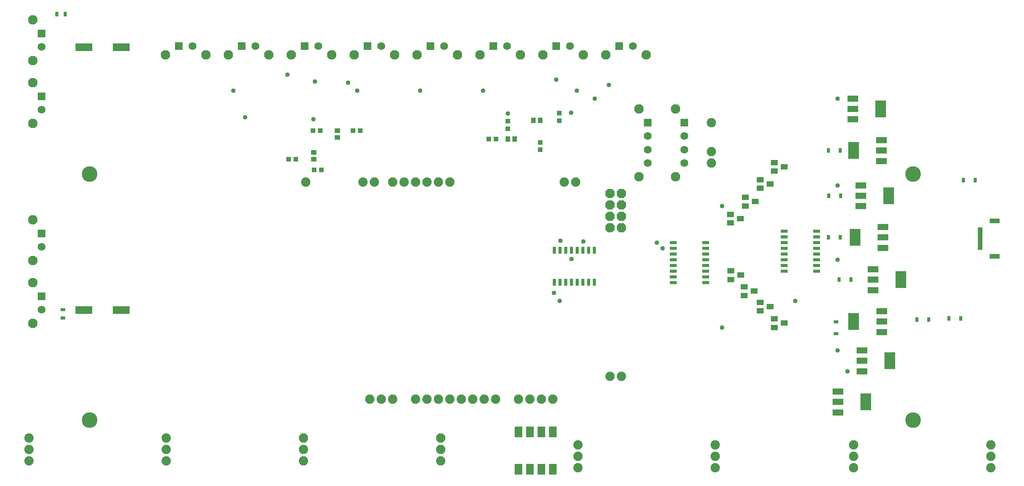
<source format=gbr>
G04 EAGLE Gerber RS-274X export*
G75*
%MOMM*%
%FSLAX34Y34*%
%LPD*%
%INSoldermask Bottom*%
%IPPOS*%
%AMOC8*
5,1,8,0,0,1.08239X$1,22.5*%
G01*
G04 Define Apertures*
%ADD10C,3.479800*%
%ADD11R,3.810000X1.701800*%
%ADD12R,0.762000X1.092200*%
%ADD13R,1.092200X0.762000*%
%ADD14R,0.660400X1.041400*%
%ADD15R,1.041400X0.660400*%
%ADD16C,2.082800*%
%ADD17P,2.2544X8X112.5*%
%ADD18R,1.625600X0.762000*%
%ADD19R,1.133200X0.993200*%
%ADD20R,0.993200X1.133200*%
%ADD21R,1.063200X1.183200*%
%ADD22R,1.183200X1.063200*%
%ADD23R,0.762000X1.625600*%
%ADD24R,2.438200X1.422200*%
%ADD25R,2.403200X3.803200*%
%ADD26R,1.603200X1.203200*%
%ADD27R,1.733200X1.733200*%
%ADD28C,1.733200*%
%ADD29C,2.108200*%
%ADD30R,1.723200X2.363200*%
%ADD31R,1.092200X0.533400*%
%ADD32R,2.260600X1.041400*%
%ADD33C,1.016000*%
D10*
X2042160Y189230D03*
X2042160Y736600D03*
X213360Y189230D03*
X213360Y736600D03*
D11*
X283464Y434340D03*
X200406Y434340D03*
X283464Y1018540D03*
X200406Y1018540D03*
D12*
X159131Y1092200D03*
X140589Y1092200D03*
D13*
X153670Y416179D03*
X153670Y434721D03*
D14*
X2121662Y415290D03*
X2148078Y415290D03*
X2076958Y412750D03*
X2050542Y412750D03*
D15*
X1870710Y408178D03*
X1870710Y381762D03*
D14*
X1904238Y501650D03*
X1877822Y501650D03*
X1880108Y595630D03*
X1853692Y595630D03*
X1881378Y688340D03*
X1854962Y688340D03*
X1880108Y788670D03*
X1853692Y788670D03*
X2153412Y722630D03*
X2179828Y722630D03*
D16*
X1593850Y786130D03*
X1593850Y760730D03*
X1593850Y850900D03*
X2214880Y83820D03*
X2214880Y109220D03*
X2214880Y134620D03*
X1910080Y83820D03*
X1910080Y109220D03*
X1910080Y134620D03*
X1602740Y83820D03*
X1602740Y109220D03*
X1602740Y134620D03*
X1297940Y83820D03*
X1297940Y109220D03*
X1297940Y134620D03*
X993140Y99060D03*
X993140Y124460D03*
X993140Y149860D03*
X688340Y99060D03*
X688340Y124460D03*
X688340Y149860D03*
X383540Y99060D03*
X383540Y124460D03*
X383540Y149860D03*
X78740Y99060D03*
X78740Y124460D03*
X78740Y149860D03*
X1191260Y236220D03*
X1216660Y236220D03*
X1242060Y236220D03*
X1165860Y236220D03*
X1267460Y718820D03*
X1292860Y718820D03*
X962660Y236220D03*
X988060Y236220D03*
X1013460Y236220D03*
X1038860Y236220D03*
X1064260Y236220D03*
X1089660Y236220D03*
X1115060Y236220D03*
X937260Y236220D03*
X911860Y718820D03*
X937260Y718820D03*
X962660Y718820D03*
X988060Y718820D03*
X1013460Y718820D03*
X886460Y718820D03*
X693420Y718820D03*
X820420Y718820D03*
X845820Y718820D03*
D17*
X1394460Y617220D03*
X1369060Y617220D03*
X1394460Y642620D03*
X1369060Y642620D03*
X1394460Y668020D03*
X1369060Y668020D03*
X1394460Y693420D03*
X1369060Y693420D03*
D16*
X1369060Y287020D03*
X1394460Y287020D03*
X861060Y236220D03*
X886460Y236220D03*
X835660Y236220D03*
D18*
X1827784Y609600D03*
X1827784Y596900D03*
X1827784Y584200D03*
X1827784Y571500D03*
X1827784Y558800D03*
X1827784Y546100D03*
X1827784Y533400D03*
X1827784Y520700D03*
X1756156Y520700D03*
X1756156Y533400D03*
X1756156Y546100D03*
X1756156Y558800D03*
X1756156Y571500D03*
X1756156Y584200D03*
X1756156Y596900D03*
X1756156Y609600D03*
D19*
X1141730Y837620D03*
X1141730Y854020D03*
D20*
X1115640Y814070D03*
X1099240Y814070D03*
D21*
X1157228Y814298D03*
X1141928Y814298D03*
D18*
X1581404Y584200D03*
X1581404Y571500D03*
X1581404Y558800D03*
X1581404Y546100D03*
X1581404Y533400D03*
X1581404Y520700D03*
X1581404Y508000D03*
X1581404Y495300D03*
X1509776Y495300D03*
X1509776Y508000D03*
X1509776Y520700D03*
X1509776Y533400D03*
X1509776Y546100D03*
X1509776Y558800D03*
X1509776Y571500D03*
X1509776Y584200D03*
D20*
X725750Y833120D03*
X709350Y833120D03*
X798250Y833120D03*
X814650Y833120D03*
D22*
X763270Y817850D03*
X763270Y833150D03*
D23*
X1245115Y567416D03*
X1257815Y567416D03*
X1270515Y567416D03*
X1283215Y567416D03*
X1295915Y567416D03*
X1308615Y567416D03*
X1321315Y567416D03*
X1334015Y567416D03*
X1334015Y495788D03*
X1321315Y495788D03*
X1308615Y495788D03*
X1295915Y495788D03*
X1283215Y495788D03*
X1270515Y495788D03*
X1257815Y495788D03*
X1245115Y495788D03*
D20*
X671558Y769620D03*
X655158Y769620D03*
X711890Y745490D03*
X728290Y745490D03*
D22*
X711200Y784890D03*
X711200Y769590D03*
D19*
X1256030Y855400D03*
X1256030Y871800D03*
X1214120Y807030D03*
X1214120Y790630D03*
D21*
X1198850Y855980D03*
X1214150Y855980D03*
D24*
X1908300Y858270D03*
X1908300Y881380D03*
X1908300Y904490D03*
D25*
X1970280Y881380D03*
D26*
X1724162Y714350D03*
X1702162Y723850D03*
X1702162Y704850D03*
X1691210Y675208D03*
X1669210Y684708D03*
X1669210Y665708D03*
X1658190Y637540D03*
X1636190Y647040D03*
X1636190Y628040D03*
X1659460Y511810D03*
X1637460Y521310D03*
X1637460Y502310D03*
X1688670Y476250D03*
X1666670Y485750D03*
X1666670Y466750D03*
X1724230Y441960D03*
X1702230Y451460D03*
X1702230Y432460D03*
X1755980Y405130D03*
X1733980Y414630D03*
X1733980Y395630D03*
D24*
X1971550Y811780D03*
X1971550Y788670D03*
X1971550Y765560D03*
D25*
X1909570Y788670D03*
D24*
X1926080Y665230D03*
X1926080Y688340D03*
X1926080Y711450D03*
D25*
X1988060Y688340D03*
D24*
X1975360Y618740D03*
X1975360Y595630D03*
X1975360Y572520D03*
D25*
X1913380Y595630D03*
D24*
X1952750Y478540D03*
X1952750Y501650D03*
X1952750Y524760D03*
D25*
X2014730Y501650D03*
D24*
X1972121Y431673D03*
X1972121Y408563D03*
X1972121Y385453D03*
D25*
X1910141Y408563D03*
D24*
X1928620Y298200D03*
X1928620Y321310D03*
X1928620Y344420D03*
D25*
X1990600Y321310D03*
D24*
X1875280Y206760D03*
X1875280Y229870D03*
X1875280Y252980D03*
D25*
X1937260Y229870D03*
D26*
X1755980Y752392D03*
X1733980Y761892D03*
X1733980Y742892D03*
D27*
X106680Y909320D03*
D28*
X106680Y879320D03*
D29*
X87080Y939320D03*
X87080Y849320D03*
D27*
X106680Y604520D03*
D28*
X106680Y574520D03*
D29*
X87080Y634520D03*
X87080Y544520D03*
D27*
X1534160Y850900D03*
D28*
X1534160Y820900D03*
X1534160Y790900D03*
X1534160Y760900D03*
D29*
X1514560Y880900D03*
X1514560Y730900D03*
D27*
X1452880Y850900D03*
D28*
X1452880Y820900D03*
X1452880Y790900D03*
X1452880Y760900D03*
D29*
X1433280Y880900D03*
X1433280Y730900D03*
D27*
X1389380Y1021080D03*
D28*
X1419380Y1021080D03*
D29*
X1359380Y1001480D03*
X1449380Y1001480D03*
D27*
X1249680Y1021080D03*
D28*
X1279680Y1021080D03*
D29*
X1219680Y1001480D03*
X1309680Y1001480D03*
D27*
X1109980Y1021080D03*
D28*
X1139980Y1021080D03*
D29*
X1079980Y1001480D03*
X1169980Y1001480D03*
D27*
X970280Y1021080D03*
D28*
X1000280Y1021080D03*
D29*
X940280Y1001480D03*
X1030280Y1001480D03*
D27*
X830580Y1021080D03*
D28*
X860580Y1021080D03*
D29*
X800580Y1001480D03*
X890580Y1001480D03*
D27*
X690880Y1021080D03*
D28*
X720880Y1021080D03*
D29*
X660880Y1001480D03*
X750880Y1001480D03*
D27*
X551180Y1021080D03*
D28*
X581180Y1021080D03*
D29*
X521180Y1001480D03*
X611180Y1001480D03*
D27*
X411480Y1021080D03*
D28*
X441480Y1021080D03*
D29*
X381480Y1001480D03*
X471480Y1001480D03*
D27*
X106680Y464820D03*
D28*
X106680Y434820D03*
D29*
X87080Y494820D03*
X87080Y404820D03*
D30*
X1242060Y80620D03*
X1216660Y80620D03*
X1191260Y80620D03*
X1165860Y80620D03*
X1165860Y163220D03*
X1191260Y163220D03*
X1216660Y163220D03*
X1242060Y163220D03*
D27*
X106680Y1049020D03*
D28*
X106680Y1019020D03*
D29*
X87080Y1079020D03*
X87080Y989020D03*
D31*
X2191218Y615641D03*
X2191218Y610641D03*
X2191218Y605641D03*
X2191218Y600641D03*
X2191218Y595641D03*
X2191218Y590641D03*
X2191218Y585641D03*
X2191218Y580641D03*
X2191218Y575641D03*
X2191218Y570641D03*
D32*
X2222968Y632641D03*
X2222968Y553641D03*
D33*
X1896110Y298200D03*
X1780540Y454660D03*
X1473200Y584200D03*
X1244600Y472440D03*
X1485900Y571500D03*
X1257300Y454660D03*
X1617980Y665480D03*
X1617980Y395630D03*
X1258570Y588010D03*
X1283215Y547370D03*
X1309370Y586740D03*
X1874520Y546100D03*
X1874520Y344420D03*
X1874520Y904240D03*
X1874520Y711450D03*
X713740Y942340D03*
X1334770Y904240D03*
X1295400Y922020D03*
X1087120Y922020D03*
X532130Y922020D03*
X947420Y922020D03*
X652780Y957580D03*
X807720Y922020D03*
X1366520Y934720D03*
X1249680Y946810D03*
X1282700Y872490D03*
X1141730Y870954D03*
X787400Y939800D03*
X709930Y858520D03*
X558800Y862584D03*
M02*

</source>
